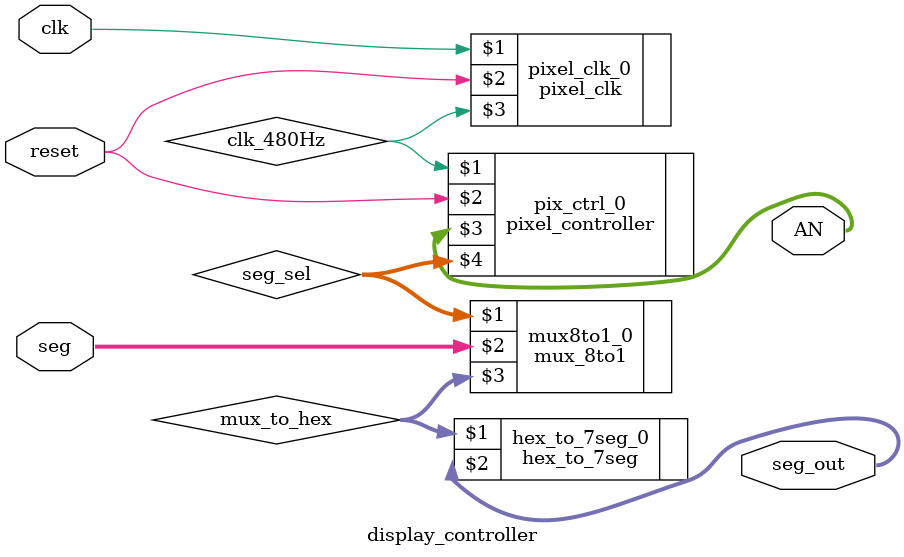
<source format=v>
`timescale 1ns / 1ps


/***************************************************************************
 * File Name: display_controller.v
 * Project: Lab 05, Register Files
 * Designer: Juan Saavedra, Brianna Segura
 * Email: juan.saavedra01@student.csulb.edu
 * Rev. Date: Oct. 17, 2018
 *
 * Purpose: This module instantiates one instance of pixel_clk, pixel_controller,
 * mux_8to1, and hex_to_7seg. 
 * The clk input is connected directly to the board's 100MHz clock and used as
 * the clock input for the pixel_clk. The pixel_clk outputs a 480Hz clock which
 * serves as the clock input for the pixel_controller module.
 * The pixel_controller is an autonomous Moore finite state machine with eight
 * states, in addition to the default. The pixel_controller generates the an 
 * 8-bit AN output used to enable each of the eight 7-segment displays one at
 * a time. Simultaneously, the pixel_controller also outputs a 3-bit seg_sel 
 * bus which connects to the mux_8to1 module. 
 * The mux_8to1 module takes a 32-bit bus seg as an input, which is then broken 
 * down into groups of 4-bits (nibbles). The seg_sel bus is used to select 
 * which of the eight nibbles will be passed to the hex_to_7seg
 * via the 4-bit mux_to_hex bus, which connects the mux_8to1 y output to the
 * hex_to_7seg hex_in input. The hex_to_7seg module then translates the
 * 4-bit hex input into its corresponding 7-segment display equivalent, which 
 * is outputed via a 7-bit seg_out bus.
 *
 * Notes: 
***************************************************************************/

module display_controller(
    input           clk,
    input           reset,
    input   [31:0]  seg,
    output  [7:0]   AN,
    output  [6:0]   seg_out
    );
    
    wire        clk_480Hz   ;
    wire [2:0]  seg_sel     ;
    wire [3:0]  mux_to_hex  ;
    
    // module pixel_clk(input clk_in, input reset, output reg clk_out);
    pixel_clk pixel_clk_0(clk, reset, clk_480Hz)                ;
    
    // module pixel_controller(input clk, input reset, 
    // output reg [7:0] AN, output reg [2:0] seg_sel);
    pixel_controller pix_ctrl_0 (clk_480Hz, reset, AN, seg_sel) ;
    
    // module mux_8to1(input [2:0] sel, input [31:0] d, output reg [3:0] Y);
    mux_8to1 mux8to1_0 (seg_sel, seg, mux_to_hex)               ;
    
    // module hex_to_7seg(input [3:0] hex_in, output reg [6:0] seg_out);
    hex_to_7seg hex_to_7seg_0 (mux_to_hex, seg_out)             ;
    
endmodule

</source>
